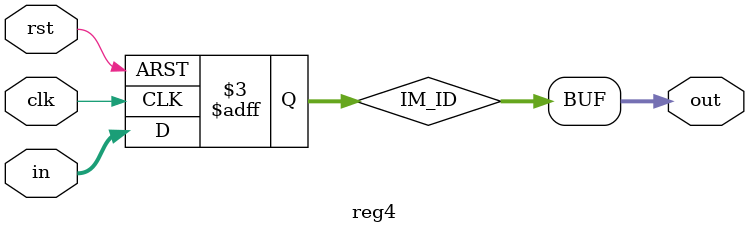
<source format=v>
module reg4 (in, rst, clk, out);

input [3:0] in;
input rst, clk;

output [3:0] out;

reg [3:0] IM_ID;

always @(posedge clk or negedge rst)
	if (!rst)
		IM_ID <= 4'b0;
	else  
		IM_ID <= in;

assign out = IM_ID;
endmodule 

</source>
